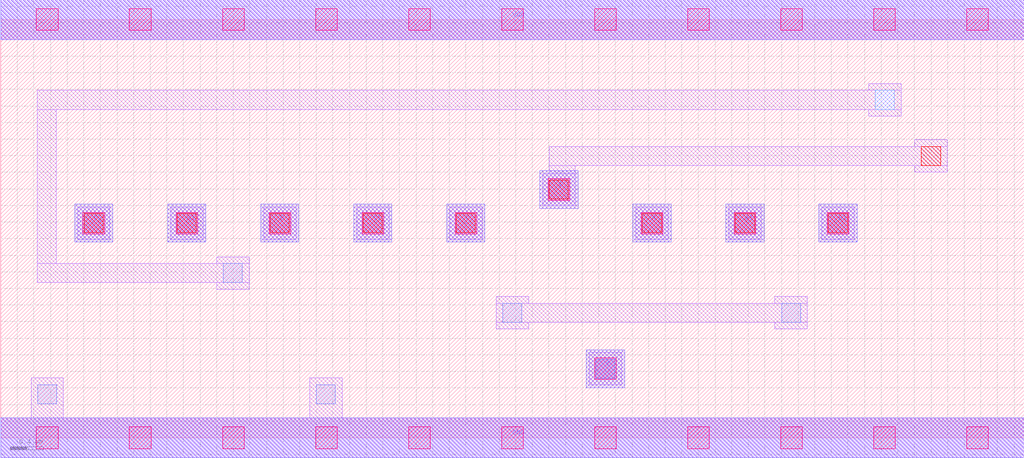
<source format=lef>
MACRO AAOAAOI2223
 CLASS CORE ;
 FOREIGN AAOAAOI2223 0 0 ;
 SIZE 12.32 BY 5.04 ;
 ORIGIN 0 0 ;
 SYMMETRY X Y R90 ;
 SITE unit ;
  PIN VDD
   DIRECTION INOUT ;
   USE POWER ;
   SHAPE ABUTMENT ;
    PORT
     CLASS CORE ;
       LAYER met1 ;
        RECT 0.00000000 4.80000000 12.32000000 5.28000000 ;
       LAYER met2 ;
        RECT 0.00000000 4.80000000 12.32000000 5.28000000 ;
    END
  END VDD

  PIN GND
   DIRECTION INOUT ;
   USE POWER ;
   SHAPE ABUTMENT ;
    PORT
     CLASS CORE ;
       LAYER met1 ;
        RECT 0.00000000 -0.24000000 12.32000000 0.24000000 ;
       LAYER met2 ;
        RECT 0.00000000 -0.24000000 12.32000000 0.24000000 ;
    END
  END GND

  PIN Y
   DIRECTION INOUT ;
   USE SIGNAL ;
   SHAPE ABUTMENT ;
    PORT
     CLASS CORE ;
       LAYER met2 ;
        RECT 7.05000000 0.60200000 7.51000000 1.06200000 ;
    END
  END Y

  PIN D
   DIRECTION INOUT ;
   USE SIGNAL ;
   SHAPE ABUTMENT ;
    PORT
     CLASS CORE ;
       LAYER met2 ;
        RECT 3.13000000 2.35700000 3.59000000 2.81700000 ;
    END
  END D

  PIN A
   DIRECTION INOUT ;
   USE SIGNAL ;
   SHAPE ABUTMENT ;
    PORT
     CLASS CORE ;
       LAYER met2 ;
        RECT 7.61000000 2.35700000 8.07000000 2.81700000 ;
    END
  END A

  PIN D2
   DIRECTION INOUT ;
   USE SIGNAL ;
   SHAPE ABUTMENT ;
    PORT
     CLASS CORE ;
       LAYER met2 ;
        RECT 0.89000000 2.35700000 1.35000000 2.81700000 ;
    END
  END D2

  PIN D1
   DIRECTION INOUT ;
   USE SIGNAL ;
   SHAPE ABUTMENT ;
    PORT
     CLASS CORE ;
       LAYER met2 ;
        RECT 2.01000000 2.35700000 2.47000000 2.81700000 ;
    END
  END D1

  PIN B
   DIRECTION INOUT ;
   USE SIGNAL ;
   SHAPE ABUTMENT ;
    PORT
     CLASS CORE ;
       LAYER met2 ;
        RECT 6.49000000 2.76200000 6.95000000 3.22200000 ;
    END
  END B

  PIN C1
   DIRECTION INOUT ;
   USE SIGNAL ;
   SHAPE ABUTMENT ;
    PORT
     CLASS CORE ;
       LAYER met2 ;
        RECT 4.25000000 2.35700000 4.71000000 2.81700000 ;
    END
  END C1

  PIN C
   DIRECTION INOUT ;
   USE SIGNAL ;
   SHAPE ABUTMENT ;
    PORT
     CLASS CORE ;
       LAYER met2 ;
        RECT 5.37000000 2.35700000 5.83000000 2.81700000 ;
    END
  END C

  PIN B1
   DIRECTION INOUT ;
   USE SIGNAL ;
   SHAPE ABUTMENT ;
    PORT
     CLASS CORE ;
       LAYER met2 ;
        RECT 9.85000000 2.35700000 10.31000000 2.81700000 ;
    END
  END B1

  PIN A1
   DIRECTION INOUT ;
   USE SIGNAL ;
   SHAPE ABUTMENT ;
    PORT
     CLASS CORE ;
       LAYER met2 ;
        RECT 8.73000000 2.35700000 9.19000000 2.81700000 ;
    END
  END A1

 OBS
    LAYER polycont ;
     RECT 1.00500000 2.47200000 1.23500000 2.70200000 ;
     RECT 2.12500000 2.47200000 2.35500000 2.70200000 ;
     RECT 3.24500000 2.47200000 3.47500000 2.70200000 ;
     RECT 4.36500000 2.47200000 4.59500000 2.70200000 ;
     RECT 5.48500000 2.47200000 5.71500000 2.70200000 ;
     RECT 7.72500000 2.47200000 7.95500000 2.70200000 ;
     RECT 8.84500000 2.47200000 9.07500000 2.70200000 ;
     RECT 9.96500000 2.47200000 10.19500000 2.70200000 ;
     RECT 6.60500000 2.87700000 6.83500000 3.10700000 ;
     RECT 11.08500000 3.28200000 11.31500000 3.51200000 ;

    LAYER pdiffc ;
     RECT 10.53000000 3.95700000 10.76000000 4.18700000 ;

    LAYER ndiffc ;
     RECT 0.44500000 0.41000000 0.67500000 0.64000000 ;
     RECT 3.80000000 0.41000000 4.03000000 0.64000000 ;
     RECT 7.16500000 0.71700000 7.39500000 0.94700000 ;
     RECT 6.04500000 1.39200000 6.27500000 1.62200000 ;
     RECT 9.40000000 1.39200000 9.63000000 1.62200000 ;
     RECT 2.68000000 1.87000000 2.91000000 2.10000000 ;

    LAYER met1 ;
     RECT 0.00000000 -0.24000000 12.32000000 0.24000000 ;
     RECT 0.36500000 0.24000000 0.75500000 0.72000000 ;
     RECT 3.72000000 0.24000000 4.11000000 0.72000000 ;
     RECT 7.08500000 0.63700000 7.47500000 1.02700000 ;
     RECT 5.96500000 1.31200000 6.35500000 1.39200000 ;
     RECT 9.32000000 1.31200000 9.71000000 1.39200000 ;
     RECT 5.96500000 1.39200000 9.71000000 1.62200000 ;
     RECT 5.96500000 1.62200000 6.35500000 1.70200000 ;
     RECT 9.32000000 1.62200000 9.71000000 1.70200000 ;
     RECT 0.92500000 2.39200000 1.31500000 2.78200000 ;
     RECT 2.04500000 2.39200000 2.43500000 2.78200000 ;
     RECT 3.16500000 2.39200000 3.55500000 2.78200000 ;
     RECT 4.28500000 2.39200000 4.67500000 2.78200000 ;
     RECT 5.40500000 2.39200000 5.79500000 2.78200000 ;
     RECT 7.64500000 2.39200000 8.03500000 2.78200000 ;
     RECT 8.76500000 2.39200000 9.15500000 2.78200000 ;
     RECT 9.88500000 2.39200000 10.27500000 2.78200000 ;
     RECT 6.52500000 2.79700000 6.91500000 3.18700000 ;
     RECT 6.60500000 3.18700000 6.91500000 3.28200000 ;
     RECT 11.00500000 3.20200000 11.39500000 3.28200000 ;
     RECT 6.60500000 3.28200000 11.39500000 3.51200000 ;
     RECT 11.00500000 3.51200000 11.39500000 3.59200000 ;
     RECT 2.60000000 1.79000000 2.99000000 1.87000000 ;
     RECT 0.44000000 1.87000000 2.99000000 2.10000000 ;
     RECT 2.60000000 2.10000000 2.99000000 2.18000000 ;
     RECT 0.44000000 2.10000000 0.67000000 3.95700000 ;
     RECT 10.45000000 3.87700000 10.84000000 3.95700000 ;
     RECT 0.44000000 3.95700000 10.84000000 4.18700000 ;
     RECT 10.45000000 4.18700000 10.84000000 4.26700000 ;
     RECT 0.00000000 4.80000000 12.32000000 5.28000000 ;

    LAYER via1 ;
     RECT 0.43000000 -0.13000000 0.69000000 0.13000000 ;
     RECT 1.55000000 -0.13000000 1.81000000 0.13000000 ;
     RECT 2.67000000 -0.13000000 2.93000000 0.13000000 ;
     RECT 3.79000000 -0.13000000 4.05000000 0.13000000 ;
     RECT 4.91000000 -0.13000000 5.17000000 0.13000000 ;
     RECT 6.03000000 -0.13000000 6.29000000 0.13000000 ;
     RECT 7.15000000 -0.13000000 7.41000000 0.13000000 ;
     RECT 8.27000000 -0.13000000 8.53000000 0.13000000 ;
     RECT 9.39000000 -0.13000000 9.65000000 0.13000000 ;
     RECT 10.51000000 -0.13000000 10.77000000 0.13000000 ;
     RECT 11.63000000 -0.13000000 11.89000000 0.13000000 ;
     RECT 7.15000000 0.70200000 7.41000000 0.96200000 ;
     RECT 0.99000000 2.45700000 1.25000000 2.71700000 ;
     RECT 2.11000000 2.45700000 2.37000000 2.71700000 ;
     RECT 3.23000000 2.45700000 3.49000000 2.71700000 ;
     RECT 4.35000000 2.45700000 4.61000000 2.71700000 ;
     RECT 5.47000000 2.45700000 5.73000000 2.71700000 ;
     RECT 7.71000000 2.45700000 7.97000000 2.71700000 ;
     RECT 8.83000000 2.45700000 9.09000000 2.71700000 ;
     RECT 9.95000000 2.45700000 10.21000000 2.71700000 ;
     RECT 6.59000000 2.86200000 6.85000000 3.12200000 ;
     RECT 0.43000000 4.91000000 0.69000000 5.17000000 ;
     RECT 1.55000000 4.91000000 1.81000000 5.17000000 ;
     RECT 2.67000000 4.91000000 2.93000000 5.17000000 ;
     RECT 3.79000000 4.91000000 4.05000000 5.17000000 ;
     RECT 4.91000000 4.91000000 5.17000000 5.17000000 ;
     RECT 6.03000000 4.91000000 6.29000000 5.17000000 ;
     RECT 7.15000000 4.91000000 7.41000000 5.17000000 ;
     RECT 8.27000000 4.91000000 8.53000000 5.17000000 ;
     RECT 9.39000000 4.91000000 9.65000000 5.17000000 ;
     RECT 10.51000000 4.91000000 10.77000000 5.17000000 ;
     RECT 11.63000000 4.91000000 11.89000000 5.17000000 ;

    LAYER met2 ;
     RECT 0.00000000 -0.24000000 12.32000000 0.24000000 ;
     RECT 7.05000000 0.60200000 7.51000000 1.06200000 ;
     RECT 0.89000000 2.35700000 1.35000000 2.81700000 ;
     RECT 2.01000000 2.35700000 2.47000000 2.81700000 ;
     RECT 3.13000000 2.35700000 3.59000000 2.81700000 ;
     RECT 4.25000000 2.35700000 4.71000000 2.81700000 ;
     RECT 5.37000000 2.35700000 5.83000000 2.81700000 ;
     RECT 7.61000000 2.35700000 8.07000000 2.81700000 ;
     RECT 8.73000000 2.35700000 9.19000000 2.81700000 ;
     RECT 9.85000000 2.35700000 10.31000000 2.81700000 ;
     RECT 6.49000000 2.76200000 6.95000000 3.22200000 ;
     RECT 0.00000000 4.80000000 12.32000000 5.28000000 ;

 END
END AAOAAOI2223

</source>
